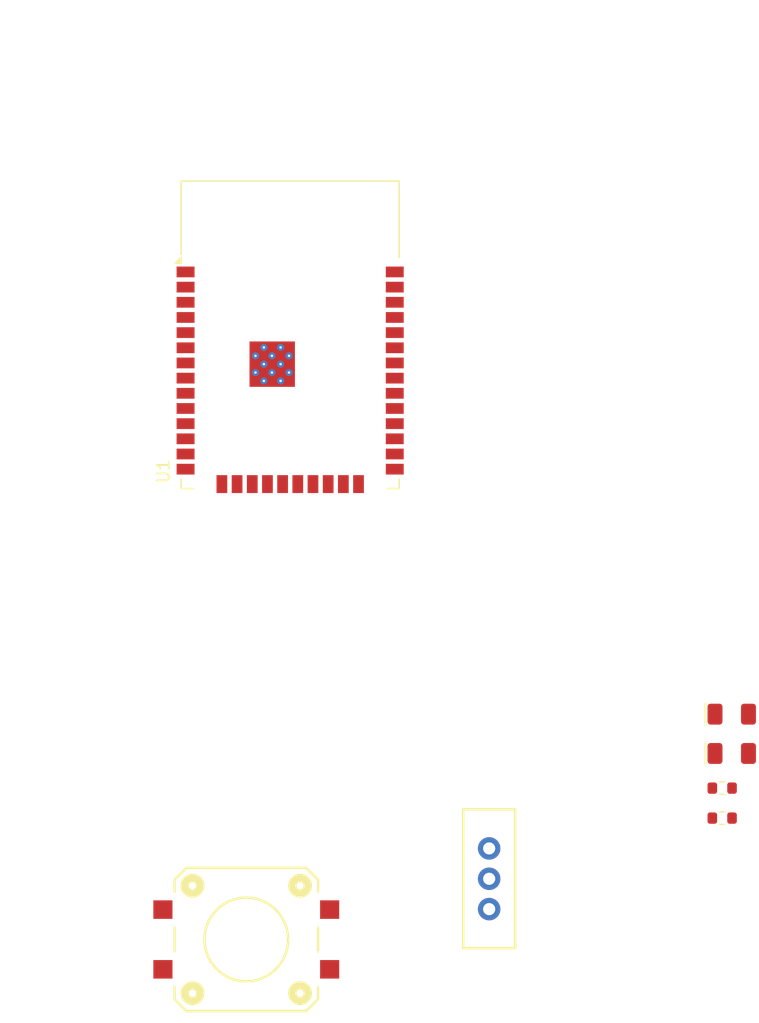
<source format=kicad_pcb>
(kicad_pcb (version 20241229) (generator "pcbnew") (generator_version "9.0")
  (layers (0 "F.Cu" signal) (2 "B.Cu" signal) (13 "F.Paste" user) (15 "B.Paste" user) (5 "F.SilkS" user "F.Silkscreen") (7 "B.SilkS" user "B.Silkscreen") (1 "F.Mask" user) (3 "B.Mask" user) (25 "Edge.Cuts" user))
  (net 0 "")
  (net 1 "Net-(D1-A)")
  (net 2 "Net-(D1-K)")
  (net 3 "Net-(D2-A)")
  (net 4 "Net-(D2-K)")
  (net 5 "GND")
  (net 6 "Net-(U1-IO23)")
  (net 7 "Net-(SW2_Mode_Toggle1-B)")
  (net 8 "VCC")
  (net 22 "Net-(U1-IO19)")
  (net 36 "Net-(U1-IO18)")
  (footprint "SparkFun-Resistor:R_0603_1608Metric" (layer "F.Cu") (at 103.315 111.76)
    (property "Reference" "R2")
    (property "Value" "470")
    (fp_line (start -0.237258 -0.5225) (end 0.237258 -0.5225) (stroke (width 0.12)) (layer "F.SilkS"))
    (fp_line (start -0.237258 0.5225) (end 0.237258 0.5225) (stroke (width 0.12)) (layer "F.SilkS"))
    (pad "1" smd roundrect (at -0.825 0) (size 0.8 0.95) (layers "F.Cu" "F.Mask" "F.Paste") (net 4 "Net-(D2-K)"))
    (pad "2" smd roundrect (at 0.825 0) (size 0.8 0.95) (layers "F.Cu" "F.Mask" "F.Paste") (net 5 "GND"))
  )
  (footprint "SparkFun-Resistor:R_0603_1608Metric" (layer "F.Cu") (at 103.315 109.25)
    (property "Reference" "R1")
    (property "Value" "470")
    (fp_line (start -0.237258 -0.5225) (end 0.237258 -0.5225) (stroke (width 0.12)) (layer "F.SilkS"))
    (fp_line (start -0.237258 0.5225) (end 0.237258 0.5225) (stroke (width 0.12)) (layer "F.SilkS"))
    (pad "1" smd roundrect (at -0.825 0) (size 0.8 0.95) (layers "F.Cu" "F.Mask" "F.Paste") (net 2 "Net-(D1-K)"))
    (pad "2" smd roundrect (at 0.825 0) (size 0.8 0.95) (layers "F.Cu" "F.Mask" "F.Paste") (net 5 "GND"))
  )
  (footprint "SparkFun-LED:LED_1206_3216Metric_Yellow" (layer "F.Cu") (at 104.115 106.35)
    (property "Reference" "D2")
    (property "Value" "Yellow")
    (fp_line (start -2.2 -0.9) (end -2.2 0.9) (stroke (width 0.1778)) (layer "F.SilkS"))
    (pad "1" smd roundrect (at -1.4 0) (size 1.25 1.75) (layers "F.Cu" "F.Mask" "F.Paste") (roundrect_rratio 0.2) (net 4 "Net-(D2-K)"))
    (pad "2" smd roundrect (at 1.4 0) (size 1.25 1.75) (layers "F.Cu" "F.Mask" "F.Paste") (roundrect_rratio 0.2) (net 3 "Net-(D2-A)"))
  )
  (footprint "SparkFun-LED:LED_1206_3216Metric_Blue" (layer "F.Cu") (at 104.115 103.06)
    (property "Reference" "D1")
    (property "Value" "Blue")
    (fp_line (start -2.2 -0.9) (end -2.2 0.9) (stroke (width 0.1778)) (layer "F.SilkS"))
    (pad "1" smd roundrect (at -1.4 0) (size 1.25 1.75) (layers "F.Cu" "F.Mask" "F.Paste") (roundrect_rratio 0.2) (net 2 "Net-(D1-K)"))
    (pad "2" smd roundrect (at 1.4 0) (size 1.25 1.75) (layers "F.Cu" "F.Mask" "F.Paste") (roundrect_rratio 0.2) (net 1 "Net-(D1-A)"))
  )
  (footprint "RF_Module:ESP32-WROOM-32D" (layer "F.Cu") (at 67.17 74.29)
    (property "Reference" "U1" (at -10.61 8.43 90) (layer "F.SilkS"))
    (property "Value" "ESP32-WROOM-32D")
    (fp_line (start -9.12 -15.86) (end -9.12 -9.7) (stroke (width 0.12)) (layer "F.SilkS"))
    (fp_line (start -9.12 -15.86) (end 9.12 -15.86) (stroke (width 0.12)) (layer "F.SilkS"))
    (fp_line (start -9.12 9.1) (end -9.12 9.88) (stroke (width 0.12)) (layer "F.SilkS"))
    (fp_line (start -9.12 9.88) (end -8.12 9.88) (stroke (width 0.12)) (layer "F.SilkS"))
    (fp_line (start 9.12 -15.86) (end 9.12 -9.445) (stroke (width 0.12)) (layer "F.SilkS"))
    (fp_line (start 9.12 9.1) (end 9.12 9.88) (stroke (width 0.12)) (layer "F.SilkS"))
    (fp_line (start 9.12 9.88) (end 8.12 9.88) (stroke (width 0.12)) (layer "F.SilkS"))
    (fp_poly (pts (xy -9.125 -8.975) (xy -9.625 -8.975) (xy -9.125 -9.475) (xy -9.125 -8.975)) (stroke (width 0.12)) (fill yes) (layer "F.SilkS"))
    (pad "1" smd rect (at -8.75 -8.25) (size 1.5 0.9) (layers "F.Cu" "F.Mask" "F.Paste") (net 5 "GND"))
    (pad "2" smd rect (at -8.75 -6.98) (size 1.5 0.9) (layers "F.Cu" "F.Mask" "F.Paste") (net 8 "VCC"))
    (pad "3" smd rect (at -8.75 -5.71) (size 1.5 0.9) (layers "F.Cu" "F.Mask" "F.Paste"))
    (pad "4" smd rect (at -8.75 -4.44) (size 1.5 0.9) (layers "F.Cu" "F.Mask" "F.Paste"))
    (pad "5" smd rect (at -8.75 -3.17) (size 1.5 0.9) (layers "F.Cu" "F.Mask" "F.Paste"))
    (pad "6" smd rect (at -8.75 -1.9) (size 1.5 0.9) (layers "F.Cu" "F.Mask" "F.Paste"))
    (pad "7" smd rect (at -8.75 -0.63) (size 1.5 0.9) (layers "F.Cu" "F.Mask" "F.Paste"))
    (pad "8" smd rect (at -8.75 0.64) (size 1.5 0.9) (layers "F.Cu" "F.Mask" "F.Paste"))
    (pad "9" smd rect (at -8.75 1.91) (size 1.5 0.9) (layers "F.Cu" "F.Mask" "F.Paste"))
    (pad "10" smd rect (at -8.75 3.18) (size 1.5 0.9) (layers "F.Cu" "F.Mask" "F.Paste"))
    (pad "11" smd rect (at -8.75 4.45) (size 1.5 0.9) (layers "F.Cu" "F.Mask" "F.Paste"))
    (pad "12" smd rect (at -8.75 5.72) (size 1.5 0.9) (layers "F.Cu" "F.Mask" "F.Paste"))
    (pad "13" smd rect (at -8.75 6.99) (size 1.5 0.9) (layers "F.Cu" "F.Mask" "F.Paste"))
    (pad "14" smd rect (at -8.75 8.26) (size 1.5 0.9) (layers "F.Cu" "F.Mask" "F.Paste"))
    (pad "15" smd rect (at -5.71 9.51 90) (size 1.5 0.9) (layers "F.Cu" "F.Mask" "F.Paste") (net 5 "GND"))
    (pad "16" smd rect (at -4.44 9.51 90) (size 1.5 0.9) (layers "F.Cu" "F.Mask" "F.Paste"))
    (pad "17" smd rect (at -3.17 9.51 90) (size 1.5 0.9) (layers "F.Cu" "F.Mask" "F.Paste"))
    (pad "18" smd rect (at -1.9 9.51 90) (size 1.5 0.9) (layers "F.Cu" "F.Mask" "F.Paste"))
    (pad "19" smd rect (at -0.63 9.51 90) (size 1.5 0.9) (layers "F.Cu" "F.Mask" "F.Paste"))
    (pad "20" smd rect (at 0.64 9.51 90) (size 1.5 0.9) (layers "F.Cu" "F.Mask" "F.Paste"))
    (pad "21" smd rect (at 1.91 9.51 90) (size 1.5 0.9) (layers "F.Cu" "F.Mask" "F.Paste"))
    (pad "22" smd rect (at 3.18 9.51 90) (size 1.5 0.9) (layers "F.Cu" "F.Mask" "F.Paste"))
    (pad "23" smd rect (at 4.45 9.51 90) (size 1.5 0.9) (layers "F.Cu" "F.Mask" "F.Paste"))
    (pad "24" smd rect (at 5.72 9.51 90) (size 1.5 0.9) (layers "F.Cu" "F.Mask" "F.Paste"))
    (pad "25" smd rect (at 8.75 8.26) (size 1.5 0.9) (layers "F.Cu" "F.Mask" "F.Paste"))
    (pad "26" smd rect (at 8.75 6.99) (size 1.5 0.9) (layers "F.Cu" "F.Mask" "F.Paste"))
    (pad "27" smd rect (at 8.75 5.72) (size 1.5 0.9) (layers "F.Cu" "F.Mask" "F.Paste") (net 1 "Net-(D1-A)"))
    (pad "28" smd rect (at 8.75 4.45) (size 1.5 0.9) (layers "F.Cu" "F.Mask" "F.Paste") (net 3 "Net-(D2-A)"))
    (pad "29" smd rect (at 8.75 3.18) (size 1.5 0.9) (layers "F.Cu" "F.Mask" "F.Paste"))
    (pad "30" smd rect (at 8.75 1.91) (size 1.5 0.9) (layers "F.Cu" "F.Mask" "F.Paste") (net 36 "Net-(U1-IO18)"))
    (pad "31" smd rect (at 8.75 0.64) (size 1.5 0.9) (layers "F.Cu" "F.Mask" "F.Paste") (net 22 "Net-(U1-IO19)"))
    (pad "32" smd rect (at 8.75 -0.63) (size 1.5 0.9) (layers "F.Cu" "F.Mask" "F.Paste"))
    (pad "33" smd rect (at 8.75 -1.9) (size 1.5 0.9) (layers "F.Cu" "F.Mask" "F.Paste") (net 7 "Net-(SW2_Mode_Toggle1-B)"))
    (pad "34" smd rect (at 8.75 -3.17) (size 1.5 0.9) (layers "F.Cu" "F.Mask" "F.Paste"))
    (pad "35" smd rect (at 8.75 -4.44) (size 1.5 0.9) (layers "F.Cu" "F.Mask" "F.Paste"))
    (pad "36" smd rect (at 8.75 -5.71) (size 1.5 0.9) (layers "F.Cu" "F.Mask" "F.Paste"))
    (pad "37" smd rect (at 8.75 -6.98) (size 1.5 0.9) (layers "F.Cu" "F.Mask" "F.Paste") (net 6 "Net-(U1-IO23)"))
    (pad "38" smd rect (at 8.75 -8.25) (size 1.5 0.9) (layers "F.Cu" "F.Mask" "F.Paste") (net 5 "GND"))
    (pad "39" smd rect (at -2.9 -1.93) (size 0.9 0.9) (layers "F.Cu" "F.Paste") (net 5 "GND"))
    (pad "39" thru_hole circle (at -2.9 -1.23) (size 0.6 0.6) (drill 0.2) (property pad_prop_heatsink) (layers "*.Cu" "F.Mask") (net 5 "GND"))
    (pad "39" smd rect (at -2.9 -0.53) (size 0.9 0.9) (layers "F.Cu" "F.Paste") (net 5 "GND"))
    (pad "39" thru_hole circle (at -2.9 0.17) (size 0.6 0.6) (drill 0.2) (property pad_prop_heatsink) (layers "*.Cu" "F.Mask") (net 5 "GND"))
    (pad "39" smd rect (at -2.9 0.87) (size 0.9 0.9) (layers "F.Cu" "F.Paste") (net 5 "GND"))
    (pad "39" thru_hole circle (at -2.2 -1.93) (size 0.6 0.6) (drill 0.2) (property pad_prop_heatsink) (layers "*.Cu" "F.Mask") (net 5 "GND"))
    (pad "39" thru_hole circle (at -2.2 -0.53) (size 0.6 0.6) (drill 0.2) (property pad_prop_heatsink) (layers "*.Cu" "F.Mask") (net 5 "GND"))
    (pad "39" thru_hole circle (at -2.2 0.87) (size 0.6 0.6) (drill 0.2) (property pad_prop_heatsink) (layers "*.Cu" "F.Mask") (net 5 "GND"))
    (pad "39" thru_hole circle (at -1.525 -1.23) (size 0.6 0.6) (drill 0.2) (property pad_prop_heatsink) (layers "*.Cu" "F.Mask") (net 5 "GND"))
    (pad "39" thru_hole circle (at -1.525 0.17) (size 0.6 0.6) (drill 0.2) (property pad_prop_heatsink) (layers "*.Cu" "F.Mask") (net 5 "GND"))
    (pad "39" smd rect (at -1.5 -1.93) (size 0.9 0.9) (layers "F.Cu" "F.Paste") (net 5 "GND"))
    (pad "39" smd rect (at -1.5 -0.53) (size 0.9 0.9) (layers "F.Cu" "F.Paste") (net 5 "GND"))
    (pad "39" smd rect (at -1.5 -0.53) (size 3.8 3.8) (property pad_prop_heatsink) (layers "F.Cu" "F.Mask") (net 5 "GND"))
    (pad "39" smd rect (at -1.5 0.87) (size 0.9 0.9) (layers "F.Cu" "F.Paste") (net 5 "GND"))
    (pad "39" thru_hole circle (at -0.8 -1.93) (size 0.6 0.6) (drill 0.2) (property pad_prop_heatsink) (layers "*.Cu" "F.Mask") (net 5 "GND"))
    (pad "39" thru_hole circle (at -0.8 -0.53) (size 0.6 0.6) (drill 0.2) (property pad_prop_heatsink) (layers "*.Cu" "F.Mask") (net 5 "GND"))
    (pad "39" thru_hole circle (at -0.8 0.87) (size 0.6 0.6) (drill 0.2) (property pad_prop_heatsink) (layers "*.Cu" "F.Mask") (net 5 "GND"))
    (pad "39" smd rect (at -0.1 -1.93) (size 0.9 0.9) (layers "F.Cu" "F.Paste") (net 5 "GND"))
    (pad "39" thru_hole circle (at -0.1 -1.23) (size 0.6 0.6) (drill 0.2) (property pad_prop_heatsink) (layers "*.Cu" "F.Mask") (net 5 "GND"))
    (pad "39" smd rect (at -0.1 -0.53) (size 0.9 0.9) (layers "F.Cu" "F.Paste") (net 5 "GND"))
    (pad "39" thru_hole circle (at -0.1 0.17) (size 0.6 0.6) (drill 0.2) (property pad_prop_heatsink) (layers "*.Cu" "F.Mask") (net 5 "GND"))
    (pad "39" smd rect (at -0.1 0.87) (size 0.9 0.9) (layers "F.Cu" "F.Paste") (net 5 "GND"))
  )
  (footprint "SparkFun-Switch:Slide_SPDT_PTH_11.6x4.0mm" (layer "F.Cu") (at 83.82 116.84)
    (property "Reference" "SW2_Mode_Toggle1")
    (property "Value" "SPDT_Slide_PTH_11.6x4.0mm")
    (fp_line (start -2.175 -5.815) (end -2.175 5.815) (stroke (width 0.2032)) (layer "F.SilkS"))
    (fp_line (start -2.175 5.815) (end 2.175 5.815) (stroke (width 0.2032)) (layer "F.SilkS"))
    (fp_line (start 2.175 -5.815) (end -2.175 -5.815) (stroke (width 0.2032)) (layer "F.SilkS"))
    (fp_line (start 2.175 5.815) (end 2.175 -5.815) (stroke (width 0.2032)) (layer "F.SilkS"))
    (pad "1" thru_hole circle (at 0 -2.54) (size 1.8796 1.8796) (drill 1.016) (layers "*.Cu" "*.Mask") (net 8 "VCC"))
    (pad "2" thru_hole circle (at 0 0) (size 1.8796 1.8796) (drill 1.016) (layers "*.Cu" "*.Mask") (net 7 "Net-(SW2_Mode_Toggle1-B)"))
    (pad "3" thru_hole circle (at 0 2.54) (size 1.8796 1.8796) (drill 1.016) (layers "*.Cu" "*.Mask") (net 5 "GND"))
  )
  (footprint "SparkFun-Switch:Push_SMD_12x12mm" (layer "F.Cu") (at 63.5 121.92)
    (property "Reference" "SW1_State_Toggle1")
    (property "Value" "SMD_12x12mm_h8.5mm")
    (fp_line (start -6 -4) (end -6 -5) (stroke (width 0.2032)) (layer "F.SilkS"))
    (fp_line (start -6 1) (end -6 -1) (stroke (width 0.2032)) (layer "F.SilkS"))
    (fp_line (start -6 5) (end -6 4) (stroke (width 0.2032)) (layer "F.SilkS"))
    (fp_line (start -6 5) (end -5 6) (stroke (width 0.2032)) (layer "F.SilkS"))
    (fp_line (start -5 -6) (end -6 -5) (stroke (width 0.2032)) (layer "F.SilkS"))
    (fp_line (start -5 -6) (end 5 -6) (stroke (width 0.2032)) (layer "F.SilkS"))
    (fp_line (start 5 6) (end -5 6) (stroke (width 0.2032)) (layer "F.SilkS"))
    (fp_line (start 6 -5) (end 5 -6) (stroke (width 0.2032)) (layer "F.SilkS"))
    (fp_line (start 6 -5) (end 6 -4) (stroke (width 0.2032)) (layer "F.SilkS"))
    (fp_line (start 6 -1) (end 6 1) (stroke (width 0.2032)) (layer "F.SilkS"))
    (fp_line (start 6 4) (end 6 5) (stroke (width 0.2032)) (layer "F.SilkS"))
    (fp_line (start 6 5) (end 5 6) (stroke (width 0.2032)) (layer "F.SilkS"))
    (fp_circle (center -4.5 -4.5) (end -4.2 -4.5) (stroke (width 0.7)) (fill no) (layer "F.SilkS"))
    (fp_circle (center -4.5 4.5) (end -4.2 4.5) (stroke (width 0.7)) (fill no) (layer "F.SilkS"))
    (fp_circle (center 0 0) (end 3.5 0) (stroke (width 0.2032)) (fill no) (layer "F.SilkS"))
    (fp_circle (center 4.5 -4.5) (end 4.8 -4.5) (stroke (width 0.7)) (fill no) (layer "F.SilkS"))
    (fp_circle (center 4.5 4.5) (end 4.8 4.5) (stroke (width 0.7)) (fill no) (layer "F.SilkS"))
    (pad "1" smd rect (at -6.975 -2.5) (size 1.6 1.55) (layers "F.Cu" "F.Mask" "F.Paste") (net 6 "Net-(U1-IO23)"))
    (pad "1" smd rect (at 6.975 -2.5) (size 1.6 1.55) (layers "F.Cu" "F.Mask" "F.Paste") (net 6 "Net-(U1-IO23)"))
    (pad "2" smd rect (at -6.975 2.5) (size 1.6 1.55) (layers "F.Cu" "F.Mask" "F.Paste") (net 5 "GND"))
    (pad "2" smd rect (at 6.975 2.5) (size 1.6 1.55) (layers "F.Cu" "F.Mask" "F.Paste") (net 5 "GND"))
  )
)
</source>
